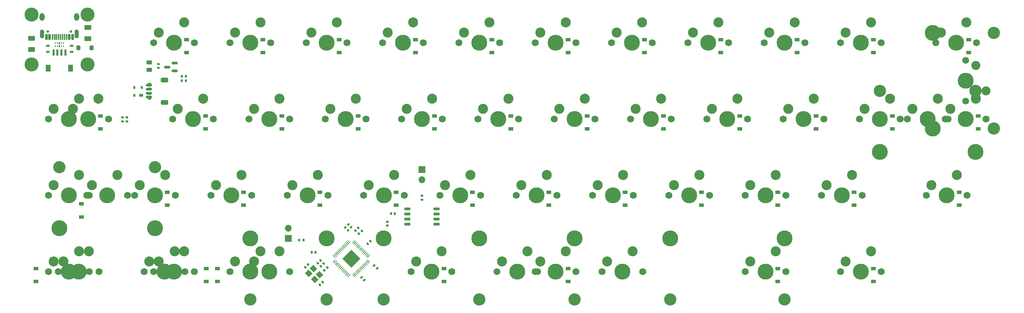
<source format=gbr>
%TF.GenerationSoftware,KiCad,Pcbnew,7.0.5-0*%
%TF.CreationDate,2023-12-30T22:52:48+01:00*%
%TF.ProjectId,no-escape,6e6f2d65-7363-4617-9065-2e6b69636164,rev?*%
%TF.SameCoordinates,Original*%
%TF.FileFunction,Soldermask,Bot*%
%TF.FilePolarity,Negative*%
%FSLAX46Y46*%
G04 Gerber Fmt 4.6, Leading zero omitted, Abs format (unit mm)*
G04 Created by KiCad (PCBNEW 7.0.5-0) date 2023-12-30 22:52:48*
%MOMM*%
%LPD*%
G01*
G04 APERTURE LIST*
G04 Aperture macros list*
%AMRoundRect*
0 Rectangle with rounded corners*
0 $1 Rounding radius*
0 $2 $3 $4 $5 $6 $7 $8 $9 X,Y pos of 4 corners*
0 Add a 4 corners polygon primitive as box body*
4,1,4,$2,$3,$4,$5,$6,$7,$8,$9,$2,$3,0*
0 Add four circle primitives for the rounded corners*
1,1,$1+$1,$2,$3*
1,1,$1+$1,$4,$5*
1,1,$1+$1,$6,$7*
1,1,$1+$1,$8,$9*
0 Add four rect primitives between the rounded corners*
20,1,$1+$1,$2,$3,$4,$5,0*
20,1,$1+$1,$4,$5,$6,$7,0*
20,1,$1+$1,$6,$7,$8,$9,0*
20,1,$1+$1,$8,$9,$2,$3,0*%
%AMRotRect*
0 Rectangle, with rotation*
0 The origin of the aperture is its center*
0 $1 length*
0 $2 width*
0 $3 Rotation angle, in degrees counterclockwise*
0 Add horizontal line*
21,1,$1,$2,0,0,$3*%
G04 Aperture macros list end*
%ADD10R,0.250000X0.550000*%
%ADD11R,0.300000X0.550000*%
%ADD12RoundRect,0.125000X0.000000X0.150000X0.000000X0.150000X0.000000X-0.150000X0.000000X-0.150000X0*%
%ADD13RoundRect,0.250000X0.625000X-0.375000X0.625000X0.375000X-0.625000X0.375000X-0.625000X-0.375000X0*%
%ADD14C,3.500001*%
%ADD15RoundRect,0.250000X-0.250000X-0.350000X0.250000X-0.350000X0.250000X0.350000X-0.250000X0.350000X0*%
%ADD16R,0.900000X0.500000*%
%ADD17R,0.600000X1.550000*%
%ADD18R,1.200000X1.800000*%
%ADD19RoundRect,0.250000X-0.625000X0.375000X-0.625000X-0.375000X0.625000X-0.375000X0.625000X0.375000X0*%
%ADD20O,1.300000X1.900000*%
%ADD21O,1.100000X2.200000*%
%ADD22RoundRect,0.075000X-0.075000X-0.650000X0.075000X-0.650000X0.075000X0.650000X-0.075000X0.650000X0*%
%ADD23RoundRect,0.150000X-0.150000X-0.575000X0.150000X-0.575000X0.150000X0.575000X-0.150000X0.575000X0*%
%ADD24C,0.650000*%
%ADD25C,2.500000*%
%ADD26C,3.987800*%
%ADD27C,3.048000*%
%ADD28C,1.750000*%
%ADD29C,1.701800*%
%ADD30C,2.250000*%
%ADD31R,1.200000X0.900000*%
%ADD32RoundRect,0.135000X-0.185000X0.135000X-0.185000X-0.135000X0.185000X-0.135000X0.185000X0.135000X0*%
%ADD33RoundRect,0.140000X0.021213X-0.219203X0.219203X-0.021213X-0.021213X0.219203X-0.219203X0.021213X0*%
%ADD34RoundRect,0.140000X-0.140000X-0.170000X0.140000X-0.170000X0.140000X0.170000X-0.140000X0.170000X0*%
%ADD35RoundRect,0.150000X-0.275000X0.150000X-0.275000X-0.150000X0.275000X-0.150000X0.275000X0.150000X0*%
%ADD36RoundRect,0.175000X-0.225000X0.175000X-0.225000X-0.175000X0.225000X-0.175000X0.225000X0.175000X0*%
%ADD37RoundRect,0.140000X-0.021213X0.219203X-0.219203X0.021213X0.021213X-0.219203X0.219203X-0.021213X0*%
%ADD38RoundRect,0.140000X0.170000X-0.140000X0.170000X0.140000X-0.170000X0.140000X-0.170000X-0.140000X0*%
%ADD39RoundRect,0.243750X0.456250X-0.243750X0.456250X0.243750X-0.456250X0.243750X-0.456250X-0.243750X0*%
%ADD40RoundRect,0.225000X0.375000X-0.225000X0.375000X0.225000X-0.375000X0.225000X-0.375000X-0.225000X0*%
%ADD41RoundRect,0.150000X0.650000X0.150000X-0.650000X0.150000X-0.650000X-0.150000X0.650000X-0.150000X0*%
%ADD42RoundRect,0.135000X0.135000X0.185000X-0.135000X0.185000X-0.135000X-0.185000X0.135000X-0.185000X0*%
%ADD43RoundRect,0.050000X0.309359X-0.238649X-0.238649X0.309359X-0.309359X0.238649X0.238649X-0.309359X0*%
%ADD44RoundRect,0.050000X0.309359X0.238649X0.238649X0.309359X-0.309359X-0.238649X-0.238649X-0.309359X0*%
%ADD45RoundRect,0.144000X2.059095X0.000000X0.000000X2.059095X-2.059095X0.000000X0.000000X-2.059095X0*%
%ADD46RoundRect,0.150000X0.587500X0.150000X-0.587500X0.150000X-0.587500X-0.150000X0.587500X-0.150000X0*%
%ADD47R,1.700000X1.700000*%
%ADD48O,1.700000X1.700000*%
%ADD49RoundRect,0.140000X0.140000X0.170000X-0.140000X0.170000X-0.140000X-0.170000X0.140000X-0.170000X0*%
%ADD50RoundRect,0.140000X0.219203X0.021213X0.021213X0.219203X-0.219203X-0.021213X-0.021213X-0.219203X0*%
%ADD51RotRect,1.400000X1.200000X315.000000*%
%ADD52RoundRect,0.140000X-0.219203X-0.021213X-0.021213X-0.219203X0.219203X0.021213X0.021213X0.219203X0*%
%ADD53RoundRect,0.150000X-0.625000X0.150000X-0.625000X-0.150000X0.625000X-0.150000X0.625000X0.150000X0*%
%ADD54RoundRect,0.250000X-0.650000X0.350000X-0.650000X-0.350000X0.650000X-0.350000X0.650000X0.350000X0*%
%ADD55R,1.000000X0.700000*%
%ADD56R,0.600000X0.700000*%
%ADD57RoundRect,0.135000X0.035355X-0.226274X0.226274X-0.035355X-0.035355X0.226274X-0.226274X0.035355X0*%
G04 APERTURE END LIST*
D10*
%TO.C,U5*%
X34339000Y-44548400D03*
X33839000Y-44548400D03*
D11*
X33339000Y-44548400D03*
D10*
X32839000Y-44548400D03*
X32339000Y-44548400D03*
X32339000Y-45318400D03*
X32839000Y-45318400D03*
D11*
X33339000Y-45318400D03*
D10*
X33839000Y-45318400D03*
D12*
X34339000Y-45318400D03*
%TD*%
D13*
%TO.C,L1*%
X26354000Y-43381001D03*
X26354000Y-46181001D03*
%TD*%
D14*
%TO.C,MH3*%
X40337000Y-49950000D03*
%TD*%
%TO.C,MH2*%
X26337000Y-37450000D03*
%TD*%
D15*
%TO.C,D43*%
X41339000Y-45797000D03*
X38039000Y-45797000D03*
%TD*%
D14*
%TO.C,MH4*%
X26337000Y-49950000D03*
%TD*%
D16*
%TO.C,R2*%
X36387000Y-46786000D03*
X36387000Y-45286000D03*
%TD*%
D17*
%TO.C,J5*%
X31837000Y-46925000D03*
X32837000Y-46925000D03*
X33837000Y-46925000D03*
X34837000Y-46925000D03*
D18*
X30537000Y-50800000D03*
X36137000Y-50800000D03*
%TD*%
D19*
%TO.C,F2*%
X40451000Y-43514000D03*
X40451000Y-40714000D03*
%TD*%
D16*
%TO.C,R1*%
X30418000Y-46786001D03*
X30418000Y-45286001D03*
%TD*%
D20*
%TO.C,J4*%
X37638999Y-38050000D03*
D21*
X37638999Y-42250000D03*
D20*
X29038999Y-38050000D03*
D21*
X29038999Y-42250000D03*
D22*
X31588999Y-43025000D03*
X32588999Y-43025000D03*
X34088999Y-43025000D03*
X35088999Y-43025000D03*
D23*
X35788999Y-43025000D03*
X36588999Y-43025000D03*
D22*
X34588999Y-43025000D03*
X33588999Y-43025000D03*
X33084999Y-43025000D03*
X32088999Y-43025000D03*
D23*
X30888999Y-43025000D03*
X30088999Y-43025000D03*
D24*
X36228999Y-41699000D03*
X30448999Y-41699000D03*
%TD*%
D14*
%TO.C,MH1*%
X40337000Y-37450000D03*
%TD*%
D25*
%TO.C,MX49*%
X176371250Y-96520000D03*
X170021250Y-99060000D03*
D26*
X185769250Y-93345000D03*
D27*
X185769250Y-108585000D03*
D28*
X178911250Y-101600000D03*
D26*
X173831250Y-101600000D03*
D28*
X168751250Y-101600000D03*
D26*
X161893250Y-93345000D03*
D27*
X161893250Y-108585000D03*
%TD*%
D26*
%TO.C,MX48*%
X126206250Y-101600000D03*
D28*
X121126250Y-101600000D03*
D27*
X138144500Y-108585000D03*
D28*
X131286250Y-101600000D03*
D26*
X114268000Y-93345000D03*
D27*
X114268000Y-108585000D03*
D26*
X138144500Y-93345000D03*
D25*
X122396250Y-99060000D03*
X128746250Y-96520000D03*
%TD*%
D28*
%TO.C,MX45*%
X56832500Y-101600000D03*
D26*
X61912500Y-101600000D03*
D28*
X66992500Y-101600000D03*
D25*
X58102500Y-99060000D03*
X64452500Y-96520000D03*
%TD*%
D26*
%TO.C,MX41*%
X251301000Y-42036750D03*
X251301000Y-65912750D03*
D29*
X259556000Y-48894750D03*
D26*
X259556000Y-53974750D03*
D29*
X259556000Y-59054750D03*
D27*
X266541000Y-42036750D03*
X266541000Y-65912750D03*
D30*
X262096000Y-50164750D03*
X264636000Y-56514750D03*
%TD*%
D28*
%TO.C,MX29*%
X128270000Y-82550000D03*
D26*
X133350000Y-82550000D03*
D28*
X138430000Y-82550000D03*
D25*
X129540000Y-80010000D03*
X135890000Y-77470000D03*
%TD*%
D26*
%TO.C,MX39*%
X100012500Y-93345000D03*
D27*
X100012500Y-108585000D03*
D28*
X152082500Y-101600000D03*
D26*
X157162500Y-101600000D03*
D28*
X162242500Y-101600000D03*
D26*
X214312500Y-93345000D03*
D27*
X214312500Y-108585000D03*
D25*
X153352500Y-99060000D03*
X159702500Y-96520000D03*
%TD*%
D28*
%TO.C,MX30*%
X147320000Y-82550000D03*
D26*
X152400000Y-82550000D03*
D28*
X157480000Y-82550000D03*
D25*
X148590000Y-80010000D03*
X154940000Y-77470000D03*
%TD*%
D28*
%TO.C,MX37*%
X54451250Y-101600000D03*
D26*
X59531250Y-101600000D03*
D28*
X64611250Y-101600000D03*
D25*
X55721250Y-99060000D03*
X62071250Y-96520000D03*
%TD*%
D28*
%TO.C,MX40*%
X228282500Y-101600000D03*
D26*
X233362500Y-101600000D03*
D28*
X238442500Y-101600000D03*
D25*
X229552500Y-99060000D03*
X235902500Y-96520000D03*
%TD*%
D28*
%TO.C,MX46*%
X33020000Y-101600000D03*
D26*
X38100000Y-101600000D03*
D28*
X43180000Y-101600000D03*
D25*
X34290000Y-99060000D03*
X40640000Y-96520000D03*
%TD*%
D28*
%TO.C,MX7*%
X171132500Y-44450000D03*
D26*
X176212500Y-44450000D03*
D28*
X181292500Y-44450000D03*
D25*
X172402500Y-41910000D03*
X178752500Y-39370000D03*
%TD*%
D28*
%TO.C,MX27*%
X90170000Y-82550000D03*
D26*
X95250000Y-82550000D03*
D28*
X100330000Y-82550000D03*
D25*
X91440000Y-80010000D03*
X97790000Y-77470000D03*
%TD*%
D28*
%TO.C,MX17*%
X137795000Y-63500000D03*
D26*
X142875000Y-63500000D03*
D28*
X147955000Y-63500000D03*
D25*
X139065000Y-60960000D03*
X145415000Y-58420000D03*
%TD*%
D28*
%TO.C,MX1*%
X56832500Y-44450000D03*
D26*
X61912500Y-44450000D03*
D28*
X66992500Y-44450000D03*
D25*
X58102500Y-41910000D03*
X64452500Y-39370000D03*
%TD*%
D28*
%TO.C,MX15*%
X99695000Y-63500000D03*
D26*
X104775000Y-63500000D03*
D28*
X109855000Y-63500000D03*
D25*
X100965000Y-60960000D03*
X107315000Y-58420000D03*
%TD*%
D28*
%TO.C,MX32*%
X185420000Y-82550000D03*
D26*
X190500000Y-82550000D03*
D28*
X195580000Y-82550000D03*
D25*
X186690000Y-80010000D03*
X193040000Y-77470000D03*
%TD*%
D28*
%TO.C,MX35*%
X249713750Y-82550000D03*
D26*
X254793750Y-82550000D03*
D28*
X259873750Y-82550000D03*
D25*
X250983750Y-80010000D03*
X257333750Y-77470000D03*
%TD*%
D28*
%TO.C,MX47*%
X80645000Y-101600000D03*
D26*
X85725000Y-101600000D03*
D28*
X90805000Y-101600000D03*
D25*
X81915000Y-99060000D03*
X88265000Y-96520000D03*
%TD*%
D28*
%TO.C,MX24*%
X30638750Y-82550000D03*
D26*
X35718750Y-82550000D03*
D28*
X40798750Y-82550000D03*
D25*
X31908750Y-80010000D03*
X38258750Y-77470000D03*
%TD*%
D28*
%TO.C,MX13*%
X61595000Y-63500000D03*
D26*
X66675000Y-63500000D03*
D28*
X71755000Y-63500000D03*
D25*
X62865000Y-60960000D03*
X69215000Y-58420000D03*
%TD*%
D28*
%TO.C,MX23*%
X254476250Y-63500000D03*
D26*
X259556250Y-63500000D03*
D28*
X264636250Y-63500000D03*
D25*
X255746250Y-60960000D03*
X262096250Y-58420000D03*
%TD*%
D28*
%TO.C,MX9*%
X209232500Y-44450000D03*
D26*
X214312500Y-44450000D03*
D28*
X219392500Y-44450000D03*
D25*
X210502500Y-41910000D03*
X216852500Y-39370000D03*
%TD*%
D28*
%TO.C,MX31*%
X166370000Y-82550000D03*
D26*
X171450000Y-82550000D03*
D28*
X176530000Y-82550000D03*
D25*
X167640000Y-80010000D03*
X173990000Y-77470000D03*
%TD*%
D28*
%TO.C,MX14*%
X80645000Y-63500000D03*
D26*
X85725000Y-63500000D03*
D28*
X90805000Y-63500000D03*
D25*
X81915000Y-60960000D03*
X88265000Y-58420000D03*
%TD*%
D28*
%TO.C,MX10*%
X228282500Y-44450000D03*
D26*
X233362500Y-44450000D03*
D28*
X238442500Y-44450000D03*
D25*
X229552500Y-41910000D03*
X235902500Y-39370000D03*
%TD*%
D28*
%TO.C,MX20*%
X194945000Y-63500000D03*
D26*
X200025000Y-63500000D03*
D28*
X205105000Y-63500000D03*
D25*
X196215000Y-60960000D03*
X202565000Y-58420000D03*
%TD*%
D28*
%TO.C,MX25*%
X52070000Y-82550000D03*
D26*
X57150000Y-82550000D03*
D28*
X62230000Y-82550000D03*
D25*
X53340000Y-80010000D03*
X59690000Y-77470000D03*
%TD*%
D28*
%TO.C,MX22*%
X233045000Y-63500000D03*
D26*
X238125000Y-63500000D03*
D28*
X243205000Y-63500000D03*
D25*
X234315000Y-60960000D03*
X240665000Y-58420000D03*
%TD*%
D28*
%TO.C,MX5*%
X133032500Y-44450000D03*
D26*
X138112500Y-44450000D03*
D28*
X143192500Y-44450000D03*
D25*
X134302500Y-41910000D03*
X140652500Y-39370000D03*
%TD*%
D28*
%TO.C,MX36*%
X30638750Y-101600000D03*
D26*
X35718750Y-101600000D03*
D28*
X40798750Y-101600000D03*
D25*
X31908750Y-99060000D03*
X38258750Y-96520000D03*
%TD*%
D27*
%TO.C,MX42*%
X238092916Y-56514991D03*
D26*
X238092916Y-71754991D03*
D28*
X244951166Y-63499991D03*
D26*
X250031166Y-63499991D03*
D28*
X255111166Y-63499991D03*
D27*
X261969416Y-56514991D03*
D26*
X261969416Y-71754991D03*
D25*
X246221166Y-60959991D03*
X252571166Y-58419991D03*
%TD*%
D27*
%TO.C,MX43*%
X33305500Y-75565000D03*
D26*
X33305500Y-90805000D03*
D28*
X40163750Y-82550000D03*
D26*
X45243750Y-82550000D03*
D28*
X50323750Y-82550000D03*
D27*
X57182000Y-75565000D03*
D26*
X57182000Y-90805000D03*
D25*
X41433750Y-80010000D03*
X47783750Y-77470000D03*
%TD*%
D28*
%TO.C,MX18*%
X156845000Y-63500000D03*
D26*
X161925000Y-63500000D03*
D28*
X167005000Y-63500000D03*
D25*
X158115000Y-60960000D03*
X164465000Y-58420000D03*
%TD*%
D26*
%TO.C,MX44*%
X80962916Y-93344991D03*
D27*
X80962916Y-108584991D03*
D29*
X142557916Y-101599991D03*
D26*
X147637916Y-101599991D03*
D29*
X152717916Y-101599991D03*
D26*
X214312916Y-93344991D03*
D27*
X214312916Y-108584991D03*
D25*
X143827916Y-99059991D03*
X150177916Y-96519991D03*
%TD*%
D28*
%TO.C,MX6*%
X152082500Y-44450000D03*
D26*
X157162500Y-44450000D03*
D28*
X162242500Y-44450000D03*
D25*
X153352500Y-41910000D03*
X159702500Y-39370000D03*
%TD*%
D28*
%TO.C,MX21*%
X213995000Y-63500000D03*
D26*
X219075000Y-63500000D03*
D28*
X224155000Y-63500000D03*
D25*
X215265000Y-60960000D03*
X221615000Y-58420000D03*
%TD*%
D28*
%TO.C,MX16*%
X118745000Y-63500000D03*
D26*
X123825000Y-63500000D03*
D28*
X128905000Y-63500000D03*
D25*
X120015000Y-60960000D03*
X126365000Y-58420000D03*
%TD*%
D28*
%TO.C,MX8*%
X190182500Y-44450000D03*
D26*
X195262500Y-44450000D03*
D28*
X200342500Y-44450000D03*
D25*
X191452500Y-41910000D03*
X197802500Y-39370000D03*
%TD*%
D28*
%TO.C,MX50*%
X204470000Y-101600000D03*
D26*
X209550000Y-101600000D03*
D28*
X214630000Y-101600000D03*
D25*
X205740000Y-99060000D03*
X212090000Y-96520000D03*
%TD*%
D28*
%TO.C,MX11*%
X252095000Y-44450000D03*
D26*
X257175000Y-44450000D03*
D28*
X262255000Y-44450000D03*
D25*
X253365000Y-41910000D03*
X259715000Y-39370000D03*
%TD*%
D28*
%TO.C,MX12*%
X30638250Y-63500000D03*
D26*
X35718250Y-63500000D03*
X40481250Y-63500000D03*
D28*
X45561250Y-63500000D03*
D25*
X31908250Y-60960000D03*
X36671250Y-60960000D03*
X38258250Y-58420000D03*
X43021250Y-58420000D03*
%TD*%
D28*
%TO.C,MX3*%
X94932500Y-44450000D03*
D26*
X100012500Y-44450000D03*
D28*
X105092500Y-44450000D03*
D25*
X96202500Y-41910000D03*
X102552500Y-39370000D03*
%TD*%
D28*
%TO.C,MX33*%
X204470000Y-82550000D03*
D26*
X209550000Y-82550000D03*
D28*
X214630000Y-82550000D03*
D25*
X205740000Y-80010000D03*
X212090000Y-77470000D03*
%TD*%
D28*
%TO.C,MX34*%
X223520000Y-82550000D03*
D26*
X228600000Y-82550000D03*
D28*
X233680000Y-82550000D03*
D25*
X224790000Y-80010000D03*
X231140000Y-77470000D03*
%TD*%
D28*
%TO.C,MX4*%
X113982500Y-44450000D03*
D26*
X119062500Y-44450000D03*
D28*
X124142500Y-44450000D03*
D25*
X115252500Y-41910000D03*
X121602500Y-39370000D03*
%TD*%
D28*
%TO.C,MX19*%
X175895000Y-63500000D03*
D26*
X180975000Y-63500000D03*
D28*
X186055000Y-63500000D03*
D25*
X177165000Y-60960000D03*
X183515000Y-58420000D03*
%TD*%
D28*
%TO.C,MX28*%
X109220000Y-82550000D03*
D26*
X114300000Y-82550000D03*
D28*
X119380000Y-82550000D03*
D25*
X110490000Y-80010000D03*
X116840000Y-77470000D03*
%TD*%
D28*
%TO.C,MX26*%
X71120000Y-82550000D03*
D26*
X76200000Y-82550000D03*
D28*
X81280000Y-82550000D03*
D25*
X72390000Y-80010000D03*
X78740000Y-77470000D03*
%TD*%
D28*
%TO.C,MX38*%
X75882500Y-101600000D03*
D26*
X80962500Y-101600000D03*
D28*
X86042500Y-101600000D03*
D25*
X77152500Y-99060000D03*
X83502500Y-96520000D03*
%TD*%
D28*
%TO.C,MX2*%
X75882500Y-44450000D03*
D26*
X80962500Y-44450000D03*
D28*
X86042500Y-44450000D03*
D25*
X77152500Y-41910000D03*
X83502500Y-39370000D03*
%TD*%
D31*
%TO.C,D17*%
X145987000Y-66037000D03*
X145987000Y-62737000D03*
%TD*%
D32*
%TO.C,R_DATA1*%
X50165000Y-63117000D03*
X50165000Y-64137000D03*
%TD*%
D33*
%TO.C,C_3V-Decoup2*%
X107229589Y-91398411D03*
X107908411Y-90719589D03*
%TD*%
%TO.C,C_1V-Decoup1*%
X108118589Y-92160411D03*
X108797411Y-91481589D03*
%TD*%
D34*
%TO.C,C_LDO2*%
X63909000Y-52832000D03*
X64869000Y-52832000D03*
%TD*%
D35*
%TO.C,J1*%
X55814750Y-54778500D03*
X55814750Y-55978500D03*
X55814750Y-57178500D03*
X55814750Y-58378500D03*
D36*
X59589750Y-53628500D03*
X59589750Y-59528500D03*
%TD*%
D31*
%TO.C,D9*%
X217424500Y-46987000D03*
X217424500Y-43687000D03*
%TD*%
%TO.C,D20*%
X203137000Y-66037000D03*
X203137000Y-62737000D03*
%TD*%
%TO.C,D18*%
X165037000Y-66037000D03*
X165037000Y-62737000D03*
%TD*%
D37*
%TO.C,C_Crystal1*%
X99036462Y-104230456D03*
X98357640Y-104909278D03*
%TD*%
D38*
%TO.C,C_3V-Decoup4*%
X115189000Y-90142000D03*
X115189000Y-89182000D03*
%TD*%
D31*
%TO.C,D4*%
X122174500Y-46987000D03*
X122174500Y-43687000D03*
%TD*%
D39*
%TO.C,F1*%
X55753000Y-51278000D03*
X55753000Y-49403000D03*
%TD*%
D31*
%TO.C,D8*%
X198374500Y-46987000D03*
X198374500Y-43687000D03*
%TD*%
D40*
%TO.C,D41*%
X129318250Y-104137000D03*
X129318250Y-100837000D03*
%TD*%
D31*
%TO.C,D34*%
X231712000Y-85087000D03*
X231712000Y-81787000D03*
%TD*%
%TO.C,D40*%
X236474500Y-104137000D03*
X236474500Y-100837000D03*
%TD*%
%TO.C,D13*%
X69787000Y-66037000D03*
X69787000Y-62737000D03*
%TD*%
%TO.C,D32*%
X193612000Y-85087000D03*
X193612000Y-81787000D03*
%TD*%
%TO.C,D7*%
X179324500Y-46987000D03*
X179324500Y-43687000D03*
%TD*%
%TO.C,D38*%
X72771000Y-104137000D03*
X72771000Y-100837000D03*
%TD*%
D37*
%TO.C,C_1V-Decoup3*%
X98510411Y-98847589D03*
X97831589Y-99526411D03*
%TD*%
D41*
%TO.C,U3*%
X127425000Y-85979000D03*
X127425000Y-87249000D03*
X127425000Y-88519000D03*
X127425000Y-89789000D03*
X120225000Y-89789000D03*
X120225000Y-88519000D03*
X120225000Y-87249000D03*
X120225000Y-85979000D03*
%TD*%
D42*
%TO.C,R_RST1*%
X94236000Y-93726000D03*
X93216000Y-93726000D03*
%TD*%
D43*
%TO.C,U1*%
X110466279Y-99017202D03*
X110183436Y-99300045D03*
X109900594Y-99582887D03*
X109617751Y-99865730D03*
X109334908Y-100148573D03*
X109052066Y-100431415D03*
X108769223Y-100714258D03*
X108486380Y-100997101D03*
X108203537Y-101279944D03*
X107920695Y-101562786D03*
X107637852Y-101845629D03*
X107355009Y-102128472D03*
X107072167Y-102411314D03*
X106789324Y-102694157D03*
D44*
X105604920Y-102694157D03*
X105322077Y-102411314D03*
X105039235Y-102128472D03*
X104756392Y-101845629D03*
X104473549Y-101562786D03*
X104190707Y-101279944D03*
X103907864Y-100997101D03*
X103625021Y-100714258D03*
X103342178Y-100431415D03*
X103059336Y-100148573D03*
X102776493Y-99865730D03*
X102493650Y-99582887D03*
X102210808Y-99300045D03*
X101927965Y-99017202D03*
D43*
X101927965Y-97832798D03*
X102210808Y-97549955D03*
X102493650Y-97267113D03*
X102776493Y-96984270D03*
X103059336Y-96701427D03*
X103342178Y-96418585D03*
X103625021Y-96135742D03*
X103907864Y-95852899D03*
X104190707Y-95570056D03*
X104473549Y-95287214D03*
X104756392Y-95004371D03*
X105039235Y-94721528D03*
X105322077Y-94438686D03*
X105604920Y-94155843D03*
D44*
X106789324Y-94155843D03*
X107072167Y-94438686D03*
X107355009Y-94721528D03*
X107637852Y-95004371D03*
X107920695Y-95287214D03*
X108203537Y-95570056D03*
X108486380Y-95852899D03*
X108769223Y-96135742D03*
X109052066Y-96418585D03*
X109334908Y-96701427D03*
X109617751Y-96984270D03*
X109900594Y-97267113D03*
X110183436Y-97549955D03*
X110466279Y-97832798D03*
D45*
X106197122Y-98425000D03*
%TD*%
D37*
%TO.C,C_3V-Decoup3*%
X99272411Y-99609589D03*
X98593589Y-100288411D03*
%TD*%
D31*
%TO.C,D10*%
X236474500Y-46987000D03*
X236474500Y-43687000D03*
%TD*%
D46*
%TO.C,U2*%
X62073000Y-49596000D03*
X62073000Y-51496000D03*
X60198000Y-50546000D03*
%TD*%
D31*
%TO.C,D28*%
X117412000Y-85087000D03*
X117412000Y-81787000D03*
%TD*%
D47*
%TO.C,J2*%
X90487500Y-93350000D03*
D48*
X90487500Y-90810000D03*
%TD*%
D31*
%TO.C,D2*%
X84074500Y-46987000D03*
X84074500Y-43687000D03*
%TD*%
%TO.C,D29*%
X136462000Y-85087000D03*
X136462000Y-81787000D03*
%TD*%
%TO.C,D16*%
X126937000Y-66037000D03*
X126937000Y-62737000D03*
%TD*%
D38*
%TO.C,C_LDO1*%
X58039000Y-50772000D03*
X58039000Y-49812000D03*
%TD*%
D31*
%TO.C,D15*%
X107887000Y-66037000D03*
X107887000Y-62737000D03*
%TD*%
D49*
%TO.C,C_Flash1*%
X117066000Y-87122000D03*
X116106000Y-87122000D03*
%TD*%
D31*
%TO.C,D3*%
X103124500Y-46987000D03*
X103124500Y-43687000D03*
%TD*%
D33*
%TO.C,C_Crystal2*%
X94675735Y-100508952D03*
X95354557Y-99830130D03*
%TD*%
D32*
%TO.C,R_DATA2*%
X49022000Y-63117000D03*
X49022000Y-64137000D03*
%TD*%
D31*
%TO.C,D26*%
X79312000Y-85087000D03*
X79312000Y-81787000D03*
%TD*%
%TO.C,D39*%
X160274500Y-104137000D03*
X160274500Y-100837000D03*
%TD*%
D50*
%TO.C,C_3V-Decoup9*%
X105368411Y-91271411D03*
X104689589Y-90592589D03*
%TD*%
D31*
%TO.C,D23*%
X262668250Y-66037000D03*
X262668250Y-62737000D03*
%TD*%
%TO.C,D30*%
X155512000Y-85087000D03*
X155512000Y-81787000D03*
%TD*%
D51*
%TO.C,Y1*%
X96724223Y-100856142D03*
X98279858Y-102411777D03*
X97077777Y-103613858D03*
X95522142Y-102058223D03*
%TD*%
D52*
%TO.C,C_3V-Decoup8*%
X111928589Y-100117589D03*
X112607411Y-100796411D03*
%TD*%
%TO.C,C_3V-Decoup5*%
X108753589Y-103038589D03*
X109432411Y-103717411D03*
%TD*%
D31*
%TO.C,D12*%
X43593250Y-66037000D03*
X43593250Y-62737000D03*
%TD*%
%TO.C,D21*%
X222187000Y-66037000D03*
X222187000Y-62737000D03*
%TD*%
%TO.C,D14*%
X88837000Y-66037000D03*
X88837000Y-62737000D03*
%TD*%
D53*
%TO.C,J3*%
X55689750Y-55078500D03*
X55689750Y-56078500D03*
X55689750Y-57078500D03*
X55689750Y-58078500D03*
D54*
X59564750Y-53778500D03*
X59564750Y-59378500D03*
%TD*%
D55*
%TO.C,U4*%
X53709000Y-57642000D03*
D56*
X52009000Y-57642000D03*
X52009000Y-55642000D03*
X53909000Y-55642000D03*
%TD*%
D31*
%TO.C,D27*%
X98362000Y-85087000D03*
X98362000Y-81787000D03*
%TD*%
%TO.C,D6*%
X160274500Y-46987000D03*
X160274500Y-43687000D03*
%TD*%
%TO.C,D36*%
X27432000Y-104137000D03*
X27432000Y-100837000D03*
%TD*%
D40*
%TO.C,D42*%
X212662000Y-104137000D03*
X212662000Y-100837000D03*
%TD*%
D31*
%TO.C,D11*%
X260287000Y-46987000D03*
X260287000Y-43687000D03*
%TD*%
%TO.C,D19*%
X184087000Y-66037000D03*
X184087000Y-62737000D03*
%TD*%
D49*
%TO.C,C_3V-Decoup6*%
X97254000Y-96774000D03*
X96294000Y-96774000D03*
%TD*%
D57*
%TO.C,R_Crystal1*%
X99461376Y-101325624D03*
X100182624Y-100604376D03*
%TD*%
D47*
%TO.C,SW1*%
X123825000Y-76195000D03*
D48*
X123825000Y-78735000D03*
%TD*%
D31*
%TO.C,D35*%
X257905750Y-85087000D03*
X257905750Y-81787000D03*
%TD*%
%TO.C,D25*%
X60262000Y-85087000D03*
X60262000Y-81787000D03*
%TD*%
D33*
%TO.C,C_1V-Decoup2*%
X110277589Y-94700411D03*
X110956411Y-94021589D03*
%TD*%
D32*
%TO.C,R_Flash1*%
X123825000Y-82675000D03*
X123825000Y-83695000D03*
%TD*%
D31*
%TO.C,D1*%
X65024500Y-46987000D03*
X65024500Y-43687000D03*
%TD*%
%TO.C,D24*%
X38830750Y-88010000D03*
X38830750Y-84710000D03*
%TD*%
%TO.C,D22*%
X241237000Y-66037000D03*
X241237000Y-62737000D03*
%TD*%
%TO.C,D37*%
X69977000Y-104137000D03*
X69977000Y-100837000D03*
%TD*%
%TO.C,D33*%
X212662000Y-85087000D03*
X212662000Y-81787000D03*
%TD*%
%TO.C,D5*%
X141224500Y-46987000D03*
X141224500Y-43687000D03*
%TD*%
%TO.C,D31*%
X174562000Y-85087000D03*
X174562000Y-81787000D03*
%TD*%
D50*
%TO.C,C_3V-Decoup7*%
X106130411Y-90509411D03*
X105451589Y-89830589D03*
%TD*%
D34*
%TO.C,C_3V-Decoup1*%
X63909000Y-53975000D03*
X64869000Y-53975000D03*
%TD*%
M02*

</source>
